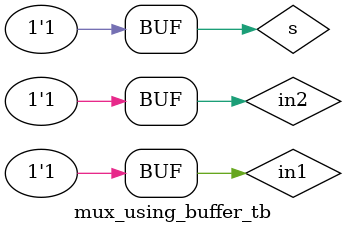
<source format=v>
module mux_using_buffer( out, in1,in2,s );
	 output out;
	 input in1,in2,s;
	 
bufif1(out,in1,s);
bufif0(out,in2,s);
endmodule 

module mux_using_buffer_tb;
reg in1,in2,s;
wire out;
 mux_using_buffer uut(
          .out(out),
			 .in1(in1),
			 .in2(in2),
			 .s(s) 
			 ); 
			 
initial 
begin
$monitor(" #time =%t, in1 =%b,in2=%b, s=%b,out=%b", $time,in1,in2,s,out);
in1 = 1'b0; in2 = 1'b0; s=1'b0;
#10;
in1 = 1'b0; in2 = 1'b0; s=1'b1;
#10;
in1 = 1'b0; in2 = 1'b1; s=1'b0;
#10;
in1 = 1'b0; in2 = 1'b1; s=1'b1;
#10;
in1 = 1'b1; in2 = 1'b0; s=1'b0;
#10;
in1 = 1'b1; in2 = 1'b0; s=1'b1;
#10;
in1 = 1'b1; in2 = 1'b1; s=1'b0;
#10;
in1 = 1'b1; in2 = 1'b1; s=1'b1;
#10;
end 
endmodule
//a=22

</source>
